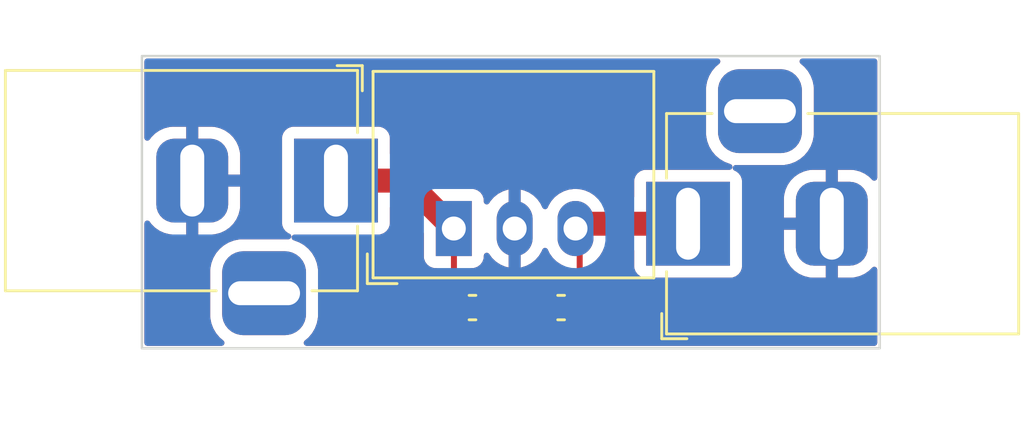
<source format=kicad_pcb>
(kicad_pcb (version 20221018) (generator pcbnew)
  (layers (0 "F.Cu" signal) (31 "B.Cu" signal) (34 "B.Paste" user) (35 "F.Paste" user) (36 "B.SilkS" user "B.Silkscreen") (37 "F.SilkS" user "F.Silkscreen") (38 "B.Mask" user) (39 "F.Mask" user) (44 "Edge.Cuts" user))
  (net 0 "")
  (net 1 "+12V")
  (net 2 "GND")
  (net 3 "+5V")
  (footprint "Capacitor_SMD:C_0603_1608Metric" (layer "F.Cu") (at 139.6 99.2)
    (fp_text reference "C1" hide)
    (fp_text value "10u")
    (fp_line (start -0.14058 -0.51) (end 0.14058 -0.51) (stroke (width 0.12)) (layer "F.SilkS"))
    (fp_line (start -0.14058 0.51) (end 0.14058 0.51) (stroke (width 0.12)) (layer "F.SilkS"))
    (pad "1" smd roundrect (at -0.775 0) (size 0.9 0.95) (layers "F.Cu" "F.Paste" "F.Mask") (net 1 "+12V"))
    (pad "2" smd roundrect (at 0.775 0) (size 0.9 0.95) (layers "F.Cu" "F.Paste" "F.Mask") (net 2 "GND"))
  )
  (footprint "Capacitor_SMD:C_0603_1608Metric" (layer "F.Cu") (at 143.3 99.2 180)
    (fp_text reference "C2" hide)
    (fp_text value "10u")
    (fp_line (start -0.14058 -0.51) (end 0.14058 -0.51) (stroke (width 0.12)) (layer "F.SilkS"))
    (fp_line (start -0.14058 0.51) (end 0.14058 0.51) (stroke (width 0.12)) (layer "F.SilkS"))
    (pad "1" smd roundrect (at -0.775 0 180) (size 0.9 0.95) (layers "F.Cu" "F.Paste" "F.Mask") (net 3 "+5V"))
    (pad "2" smd roundrect (at 0.775 0 180) (size 0.9 0.95) (layers "F.Cu" "F.Paste" "F.Mask") (net 2 "GND"))
  )
  (footprint "Connector_BarrelJack:BarrelJack_Horizontal" (layer "F.Cu") (at 133.9 93.9)
    (fp_text reference "J1" hide)
    (fp_text value "Barrel_Jack_Switch")
    (fp_line (start -13.8 -4.6) (end 0.9 -4.6) (stroke (width 0.12)) (layer "F.SilkS"))
    (fp_line (start -13.8 4.6) (end -13.8 -4.6) (stroke (width 0.12)) (layer "F.SilkS"))
    (fp_line (start -5 4.6) (end -13.8 4.6) (stroke (width 0.12)) (layer "F.SilkS"))
    (fp_line (start 0.05 -4.8) (end 1.1 -4.8) (stroke (width 0.12)) (layer "F.SilkS"))
    (fp_line (start 0.9 -4.6) (end 0.9 -2) (stroke (width 0.12)) (layer "F.SilkS"))
    (fp_line (start 0.9 1.9) (end 0.9 4.6) (stroke (width 0.12)) (layer "F.SilkS"))
    (fp_line (start 0.9 4.6) (end -1 4.6) (stroke (width 0.12)) (layer "F.SilkS"))
    (fp_line (start 1.1 -3.75) (end 1.1 -4.8) (stroke (width 0.12)) (layer "F.SilkS"))
    (pad "1" thru_hole rect (at 0 0) (size 3.5 3.5) (drill oval 1 3) (layers "*.Cu" "*.Mask") (net 1 "+12V"))
    (pad "2" thru_hole roundrect (at -6 0) (size 3 3.5) (drill oval 1 3) (layers "*.Cu" "*.Mask") (net 2 "GND"))
    (pad "3" thru_hole roundrect (at -3 4.7) (size 3.5 3.5) (drill oval 3 1) (layers "*.Cu" "*.Mask"))
  )
  (footprint "Converter_DCDC:Converter_DCDC_RECOM_R-78E-0.5_THT" (layer "F.Cu") (at 138.82 95.9)
    (fp_text reference "U1" hide)
    (fp_text value "R-785.0-1.0")
    (fp_line (start -3.611 1.06) (end -3.611 2.3) (stroke (width 0.12)) (layer "F.SilkS"))
    (fp_line (start -3.611 2.3) (end -2.371 2.3) (stroke (width 0.12)) (layer "F.SilkS"))
    (fp_line (start -3.371 -6.56) (end -3.371 2.06) (stroke (width 0.12)) (layer "F.SilkS"))
    (fp_line (start -3.371 -6.56) (end 8.35 -6.56) (stroke (width 0.12)) (layer "F.SilkS"))
    (fp_line (start -3.371 2.06) (end 8.35 2.06) (stroke (width 0.12)) (layer "F.SilkS"))
    (fp_line (start 8.35 -6.56) (end 8.35 2.06) (stroke (width 0.12)) (layer "F.SilkS"))
    (pad "1" thru_hole rect (at 0 0) (size 1.5 2.3) (drill 1) (layers "*.Cu" "*.Mask") (net 1 "+12V"))
    (pad "2" thru_hole oval (at 2.54 0) (size 1.5 2.3) (drill 1) (layers "*.Cu" "*.Mask") (net 2 "GND"))
    (pad "3" thru_hole oval (at 5.08 0) (size 1.5 2.3) (drill 1) (layers "*.Cu" "*.Mask") (net 3 "+5V"))
  )
  (footprint "Connector_BarrelJack:BarrelJack_Horizontal" (layer "F.Cu") (at 148.6 95.7 180)
    (fp_text reference "J2" hide)
    (fp_text value "Barrel_Jack_Switch")
    (fp_line (start -13.8 -4.6) (end 0.9 -4.6) (stroke (width 0.12)) (layer "F.SilkS"))
    (fp_line (start -13.8 4.6) (end -13.8 -4.6) (stroke (width 0.12)) (layer "F.SilkS"))
    (fp_line (start -5 4.6) (end -13.8 4.6) (stroke (width 0.12)) (layer "F.SilkS"))
    (fp_line (start 0.05 -4.8) (end 1.1 -4.8) (stroke (width 0.12)) (layer "F.SilkS"))
    (fp_line (start 0.9 -4.6) (end 0.9 -2) (stroke (width 0.12)) (layer "F.SilkS"))
    (fp_line (start 0.9 1.9) (end 0.9 4.6) (stroke (width 0.12)) (layer "F.SilkS"))
    (fp_line (start 0.9 4.6) (end -1 4.6) (stroke (width 0.12)) (layer "F.SilkS"))
    (fp_line (start 1.1 -3.75) (end 1.1 -4.8) (stroke (width 0.12)) (layer "F.SilkS"))
    (pad "1" thru_hole rect (at 0 0 180) (size 3.5 3.5) (drill oval 1 3) (layers "*.Cu" "*.Mask") (net 3 "+5V"))
    (pad "2" thru_hole roundrect (at -6 0 180) (size 3 3.5) (drill oval 1 3) (layers "*.Cu" "*.Mask") (net 2 "GND"))
    (pad "3" thru_hole roundrect (at -3 4.7 180) (size 3.5 3.5) (drill oval 3 1) (layers "*.Cu" "*.Mask"))
  )
  (gr_rect (start 125.8 88.7) (end 156.6 100.9) (stroke (width 0.1)) (fill none) (layer "Edge.Cuts"))
  (segment (start 138.825 99.2) (end 138.825 95.905) (width 0.25) (layer "F.Cu") (net 1))
  (segment (start 138.825 95.905) (end 138.82 95.9) (width 0.25) (layer "F.Cu") (net 1))
  (segment (start 136.82 93.9) (end 138.82 95.9) (width 1) (layer "F.Cu") (net 1))
  (segment (start 133.9 93.9) (end 136.82 93.9) (width 1) (layer "F.Cu") (net 1))
  (segment (start 144.075 96.075) (end 143.9 95.9) (width 0.25) (layer "F.Cu") (net 3))
  (segment (start 144.075 99.2) (end 144.075 96.075) (width 0.25) (layer "F.Cu") (net 3))
  (segment (start 144.1 95.7) (end 143.9 95.9) (width 1) (layer "F.Cu") (net 3))
  (segment (start 148.6 95.7) (end 144.1 95.7) (width 1) (layer "F.Cu") (net 3))
  (zone (net 2) (net_name "GND") (layers "F&B.Cu") (connect_pads (clearance 0.5)) (min_thickness 0.25) (fill yes (thermal_gap 0.5) (thermal_bridge_width 0.5))
    (polygon (pts (xy 121.92 86.36) (xy 121.92 104.14) (xy 160.02 104.14) (xy 160.02 86.36)))
  )
)
</source>
